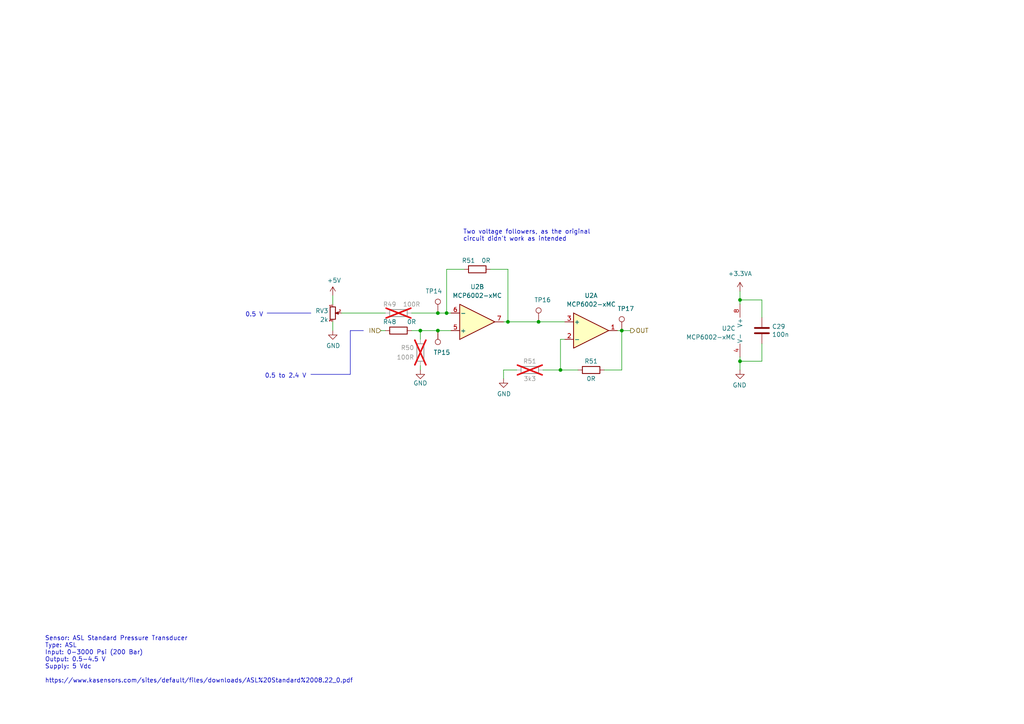
<source format=kicad_sch>
(kicad_sch (version 20230121) (generator eeschema)
  (paper "A4")
  (title_block (title "Brake pressure") (date "2023-03-11") (rev "${REVISION}") (company "Author: Szymon Kostrubiec") (comment 1 "Reviewer:"))
  (lib_symbols
    (symbol "Amplifier_Operational:MCP6002-xMC" (pin_names (offset 0.127))
      (property "Reference" "U" (at 0 5.08 0))
      (property "Value" "MCP6002-xMC" (at 0 -5.08 0))
      (symbol "MCP6002-xMC_1_1"
        (polyline (pts (xy -5.08 5.08) (xy 5.08 0) (xy -5.08 -5.08) (xy -5.08 5.08)) (stroke (width 0.254)) (fill (type background)))
        (pin output line (at 7.62 0 180) (length 2.54) (name "~") (number "1"))
        (pin input line (at -7.62 -2.54 0) (length 2.54) (name "-") (number "2"))
        (pin input line (at -7.62 2.54 0) (length 2.54) (name "+") (number "3"))
      )
      (symbol "MCP6002-xMC_2_1"
        (polyline (pts (xy -5.08 5.08) (xy 5.08 0) (xy -5.08 -5.08) (xy -5.08 5.08)) (stroke (width 0.254)) (fill (type background)))
        (pin input line (at -7.62 2.54 0) (length 2.54) (name "+") (number "5"))
        (pin input line (at -7.62 -2.54 0) (length 2.54) (name "-") (number "6"))
        (pin output line (at 7.62 0 180) (length 2.54) (name "~") (number "7"))
      )
      (symbol "MCP6002-xMC_3_1"
        (pin power_in line (at -2.54 -7.62 90) (length 3.81) (name "V-") (number "4"))
        (pin power_in line (at -2.54 7.62 270) (length 3.81) (name "V+") (number "8"))
        (pin passive line (at -2.54 -7.62 90) (length 3.81) hide (name "V-") (number "9"))
      )
    )
    (symbol "Connector:TestPoint" (pin_numbers hide) (pin_names (offset 0.762) hide)
      (property "Reference" "TP" (at 0 6.858 0))
      (property "Value" "TestPoint" (at 0 5.08 0))
      (symbol "TestPoint_0_1"
        (circle (center 0 3.302) (radius 0.762))
      )
      (symbol "TestPoint_1_1"
        (pin passive line (at 0 0 90) (length 2.54) (name "1") (number "1"))
      )
    )
    (symbol "Device:C" (pin_numbers hide) (pin_names (offset 0.254))
      (property "Reference" "C" (at 0.635 2.54 0))
      (property "Value" "C" (at 0.635 -2.54 0))
      (symbol "C_0_1"
        (polyline (pts (xy -2.032 -0.762) (xy 2.032 -0.762)) (stroke (width 0.508)))
        (polyline (pts (xy -2.032 0.762) (xy 2.032 0.762)) (stroke (width 0.508)))
      )
      (symbol "C_1_1"
        (pin passive line (at 0 3.81 270) (length 2.794) (name "~") (number "1"))
        (pin passive line (at 0 -3.81 90) (length 2.794) (name "~") (number "2"))
      )
    )
    (symbol "Device:R" (pin_numbers hide) (pin_names (offset 0))
      (property "Reference" "R" (at 2.032 0 90))
      (property "Value" "R" (at 0 0 90))
      (symbol "R_0_1"
        (rectangle (start -1.016 -2.54) (end 1.016 2.54) (stroke (width 0.254)))
      )
      (symbol "R_1_1"
        (pin passive line (at 0 3.81 270) (length 1.27) (name "~") (number "1"))
        (pin passive line (at 0 -3.81 90) (length 1.27) (name "~") (number "2"))
      )
    )
    (symbol "Device:R_Potentiometer_Small" (pin_names (offset 1.016) hide)
      (property "Reference" "RV" (at -4.445 0 90))
      (property "Value" "R_Potentiometer_Small" (at -2.54 0 90))
      (symbol "R_Potentiometer_Small_0_1"
        (polyline (pts (xy 0.889 0) (xy 0.635 0) (xy 1.651 0.381) (xy 1.651 -0.381) (xy 0.635 0) (xy 0.889 0)) (fill (type outline)))
        (rectangle (start 0.762 1.8034) (end -0.762 -1.8034) (stroke (width 0.254)))
      )
      (symbol "R_Potentiometer_Small_1_1"
        (pin passive line (at 0 2.54 270) (length 0.635) (name "1") (number "1"))
        (pin passive line (at 2.54 0 180) (length 0.9906) (name "2") (number "2"))
        (pin passive line (at 0 -2.54 90) (length 0.635) (name "3") (number "3"))
      )
    )
    (symbol "power:+3.3VA" (power) (pin_names (offset 0))
      (property "Value" "+3.3VA" (at 0 3.556 0))
      (symbol "+3.3VA_0_1"
        (polyline (pts (xy -0.762 1.27) (xy 0 2.54)))
        (polyline (pts (xy 0 0) (xy 0 2.54)))
        (polyline (pts (xy 0 2.54) (xy 0.762 1.27)))
      )
      (symbol "+3.3VA_1_1"
        (pin power_in line (at 0 0 90) (length 0) hide (name "+3.3VA") (number "1"))
      )
    )
    (symbol "power:+5V" (power) (pin_names (offset 0))
      (property "Value" "+5V" (at 0 3.556 0))
      (symbol "+5V_0_1"
        (polyline (pts (xy -0.762 1.27) (xy 0 2.54)))
        (polyline (pts (xy 0 0) (xy 0 2.54)))
        (polyline (pts (xy 0 2.54) (xy 0.762 1.27)))
      )
      (symbol "+5V_1_1"
        (pin power_in line (at 0 0 90) (length 0) hide (name "+5V") (number "1"))
      )
    )
    (symbol "power:GND" (power) (pin_names (offset 0))
      (property "Value" "GND" (at 0 -3.81 0))
      (symbol "GND_0_1"
        (polyline (pts (xy 0 0) (xy 0 -1.27) (xy 1.27 -1.27) (xy 0 -2.54) (xy -1.27 -1.27) (xy 0 -1.27)))
      )
      (symbol "GND_1_1"
        (pin power_in line (at 0 0 270) (length 0) hide (name "GND") (number "1"))
      )
    )
  )
  (junction (at 180.34 95.885))
  (junction (at 156.21 93.345))
  (junction (at 214.63 86.995))
  (junction (at 127 95.885))
  (junction (at 162.56 107.315))
  (junction (at 129.54 90.805))
  (junction (at 121.92 95.885))
  (junction (at 214.63 104.775))
  (junction (at 147.32 93.345))
  (junction (at 127 90.805))
  (polyline (pts (xy 101.6 95.885) (xy 101.6 108.585)))
  (wire (pts (xy 119.38 95.885) (xy 121.92 95.885)))
  (wire (pts (xy 214.63 107.315) (xy 214.63 104.775)))
  (wire (pts (xy 162.56 98.425) (xy 162.56 107.315)))
  (wire (pts (xy 121.92 106.045) (xy 121.92 107.315)))
  (wire (pts (xy 111.76 95.885) (xy 110.49 95.885)))
  (wire (pts (xy 134.62 78.105) (xy 129.54 78.105)))
  (wire (pts (xy 147.32 78.105) (xy 142.24 78.105)))
  (wire (pts (xy 127 95.885) (xy 121.92 95.885)))
  (wire (pts (xy 147.32 78.105) (xy 147.32 93.345)))
  (polyline (pts (xy 105.41 95.885) (xy 101.6 95.885)))
  (wire (pts (xy 175.26 107.315) (xy 180.34 107.315)))
  (wire (pts (xy 147.32 93.345) (xy 146.05 93.345)))
  (wire (pts (xy 214.63 86.995) (xy 214.63 88.265)))
  (wire (pts (xy 119.38 90.805) (xy 127 90.805)))
  (wire (pts (xy 179.07 95.885) (xy 180.34 95.885)))
  (wire (pts (xy 214.63 84.455) (xy 214.63 86.995)))
  (wire (pts (xy 121.92 98.425) (xy 121.92 95.885)))
  (wire (pts (xy 180.34 95.885) (xy 180.34 107.315)))
  (wire (pts (xy 162.56 107.315) (xy 167.64 107.315)))
  (polyline (pts (xy 77.47 90.805) (xy 90.17 90.805)))
  (wire (pts (xy 127 90.805) (xy 129.54 90.805)))
  (wire (pts (xy 146.05 109.855) (xy 146.05 107.315)))
  (wire (pts (xy 214.63 104.775) (xy 214.63 103.505)))
  (wire (pts (xy 129.54 78.105) (xy 129.54 90.805)))
  (wire (pts (xy 157.48 107.315) (xy 162.56 107.315)))
  (wire (pts (xy 96.52 85.725) (xy 96.52 88.265)))
  (wire (pts (xy 146.05 107.315) (xy 149.86 107.315)))
  (wire (pts (xy 220.98 99.695) (xy 220.98 104.775)))
  (wire (pts (xy 214.63 104.775) (xy 220.98 104.775)))
  (wire (pts (xy 220.98 86.995) (xy 214.63 86.995)))
  (wire (pts (xy 127 95.885) (xy 130.81 95.885)))
  (wire (pts (xy 99.06 90.805) (xy 111.76 90.805)))
  (wire (pts (xy 129.54 90.805) (xy 130.81 90.805)))
  (wire (pts (xy 147.32 93.345) (xy 156.21 93.345)))
  (wire (pts (xy 220.98 92.075) (xy 220.98 86.995)))
  (wire (pts (xy 96.52 93.345) (xy 96.52 95.885)))
  (wire (pts (xy 162.56 98.425) (xy 163.83 98.425)))
  (polyline (pts (xy 90.17 108.585) (xy 101.6 108.585)))
  (wire (pts (xy 180.34 95.885) (xy 182.88 95.885)))
  (wire (pts (xy 156.21 93.345) (xy 163.83 93.345)))
  (text_box "Sensor: ASL Standard Pressure Transducer\nType: ASL\nInput: 0-3000 Psi (200 Bar)\nOutput: 0.5-4.5 V\nSupply: 5 Vdc\n\nhttps://www.kasensors.com/sites/default/files/downloads/ASL%20Standard%2008.22_0.pdf" (at 12.065 184.15 0) (size 91.44 13.97) (stroke (width -0.0001)) (effects (font (size 1.27 1.27)) (justify left)))
  (text_box "Two voltage followers, as the original circuit didn't work as intended" (at 133.35 65.405 0) (size 40.64 6.35) (stroke (width -0.0001)) (effects (font (size 1.27 1.27)) (justify left top)))
  (text "0.5 to 2.4 V" (at 88.9 109.855 0) (effects (font (size 1.27 1.27)) (justify right bottom)))
  (text "0.5 V" (at 71.12 92.075 0) (effects (font (size 1.27 1.27)) (justify left bottom)))
  (hierarchical_label "IN" (shape input) (at 110.49 95.885 180))
  (hierarchical_label "OUT" (shape output) (at 182.88 95.885 0))
  (symbol (lib_id "power:GND") (at 146.05 109.855 0) (unit 1)
    (property "Reference" "#PWR060" (effects hide))
    (property "Value" "GND" (at 146.177 114.2492 0))
    (instances (project "karta_pomiarowa_v2" (path "" (reference "#PWR060") (unit 1)) (path "" (reference "#PWR0119") (unit 1))) (project "PUTM_EV_Frontbox_2023" (path "" (reference "#PWR012") (unit 1)) (path "" (reference "#PWR0102") (unit 1))) (project "apps" (path "" (reference "#PWR033") (unit 1)) (path "" (reference "#PWR060") (unit 1)) (path "" (reference "#PWR076") (unit 1)) (path "" (reference "#PWR076") (unit 1)) (path "" (reference "#PWR076") (unit 1))))
  )
  (symbol (lib_id "Connector:TestPoint") (at 156.21 93.345 0) (unit 1)
    (property "Reference" "TP16" (at 154.94 86.995 0) (effects (justify left)))
    (property "Value" "BR_MID" (effects hide))
    (property "Footprint" "TestPoint:TestPoint_Pad_D1.0mm" (effects hide))
    (instances (project "PUTM_EV_Frontbox_2023" (path "" (reference "TP16") (unit 1)) (path "" (reference "TP24") (unit 1))) (project "apps" (path "" (reference "TP7") (unit 1)) (path "" (reference "TP11") (unit 1)) (path "" (reference "TP15") (unit 1)) (path "" (reference "TP19") (unit 1)) (path "" (reference "TP19") (unit 1)) (path "" (reference "TP19") (unit 1))))
  )
  (symbol (lib_id "Device:R") (at 121.92 102.235 180) (unit 1) (dnp yes)
    (property "Reference" "R50" (at 120.142 100.8634 0) (effects (justify left)))
    (property "Value" "100R" (at 120.142 103.632 0) (effects (justify left)))
    (property "Footprint" "Resistor_SMD:R_0603_1608Metric_Pad0.98x0.95mm_HandSolder" (effects hide))
    (instances (project "karta_pomiarowa_v2" (path "" (reference "R50") (unit 1)) (path "" (reference "R58") (unit 1))) (project "PUTM_EV_Frontbox_2023" (path "" (reference "R40") (unit 1)) (path "" (reference "R63") (unit 1))) (project "apps" (path "" (reference "R25") (unit 1)) (path "" (reference "R38") (unit 1)) (path "" (reference "R46") (unit 1)) (path "" (reference "R46") (unit 1)) (path "" (reference "R46") (unit 1))))
  )
  (symbol (lib_id "power:GND") (at 96.52 95.885 0) (unit 1)
    (property "Reference" "#PWR047" (effects hide))
    (property "Value" "GND" (at 96.647 100.2792 0))
    (instances (project "karta_pomiarowa_v2" (path "" (reference "#PWR047") (unit 1)) (path "" (reference "#PWR097") (unit 1))) (project "PUTM_EV_Frontbox_2023" (path "" (reference "#PWR03") (unit 1)) (path "" (reference "#PWR0100") (unit 1))) (project "apps" (path "" (reference "#PWR031") (unit 1)) (path "" (reference "#PWR058") (unit 1)) (path "" (reference "#PWR074") (unit 1)) (path "" (reference "#PWR074") (unit 1)) (path "" (reference "#PWR074") (unit 1))))
  )
  (symbol (lib_id "Device:R") (at 115.57 90.805 270) (unit 1) (dnp yes)
    (property "Reference" "R49" (at 113.03 88.265 90))
    (property "Value" "100R" (at 119.38 88.265 90))
    (property "Footprint" "Resistor_SMD:R_0603_1608Metric_Pad0.98x0.95mm_HandSolder" (effects hide))
    (instances (project "karta_pomiarowa_v2" (path "" (reference "R49") (unit 1)) (path "" (reference "R57") (unit 1))) (project "PUTM_EV_Frontbox_2023" (path "" (reference "R38") (unit 1)) (path "" (reference "R61") (unit 1))) (project "apps" (path "" (reference "R24") (unit 1)) (path "" (reference "R37") (unit 1)) (path "" (reference "R44") (unit 1)) (path "" (reference "R44") (unit 1)) (path "" (reference "R44") (unit 1))))
  )
  (symbol (lib_id "Connector:TestPoint") (at 127 90.805 0) (mirror y) (unit 1)
    (property "Reference" "TP14" (at 128.27 84.455 0) (effects (justify left)))
    (property "Value" "BR_N" (effects hide))
    (property "Footprint" "TestPoint:TestPoint_Pad_D1.0mm" (effects hide))
    (instances (project "PUTM_EV_Frontbox_2023" (path "" (reference "TP14") (unit 1)) (path "" (reference "TP22") (unit 1))) (project "apps" (path "" (reference "TP7") (unit 1)) (path "" (reference "TP10") (unit 1)) (path "" (reference "TP14") (unit 1)) (path "" (reference "TP17") (unit 1)) (path "" (reference "TP17") (unit 1)) (path "" (reference "TP17") (unit 1))))
  )
  (symbol (lib_id "Device:R") (at 115.57 95.885 270) (mirror x) (unit 1)
    (property "Reference" "R48" (at 113.03 93.345 90))
    (property "Value" "0R" (at 119.38 93.345 90))
    (property "Footprint" "Resistor_SMD:R_0603_1608Metric_Pad0.98x0.95mm_HandSolder" (effects hide))
    (instances (project "karta_pomiarowa_v2" (path "" (reference "R48") (unit 1)) (path "" (reference "R56") (unit 1))) (project "PUTM_EV_Frontbox_2023" (path "" (reference "R39") (unit 1)) (path "" (reference "R62") (unit 1))) (project "apps" (path "" (reference "R23") (unit 1)) (path "" (reference "R36") (unit 1)) (path "" (reference "R45") (unit 1)) (path "" (reference "R45") (unit 1)) (path "" (reference "R45") (unit 1))))
  )
  (symbol (lib_id "Amplifier_Operational:MCP6002-xMC") (at 171.45 95.885 0) (unit 1)
    (property "Reference" "U2" (at 171.45 85.725 0))
    (property "Value" "MCP6002-xMC" (at 171.45 88.265 0))
    (property "Footprint" "Package_DFN_QFN:DFN-8-1EP_3x2mm_P0.5mm_EP1.7x1.4mm" (effects hide))
    (property "Datasheet" "https://www.tme.eu/Document/c98656c49a036767b89c9bb93e3dda4a/mcp6001_2_4.pdf" (effects hide))
    (instances (project "PUTM_EV_Frontbox_2023" (path "" (reference "U2") (unit 1)) (path "" (reference "U17") (unit 1))) (project "apps" (path "" (reference "U6") (unit 1)) (path "" (reference "U11") (unit 1)) (path "" (reference "U12") (unit 1)) (path "" (reference "U12") (unit 1)) (path "" (reference "U12") (unit 1))))
  )
  (symbol (lib_id "power:GND") (at 214.63 107.315 0) (mirror y) (unit 1)
    (property "Reference" "#PWR060" (effects hide))
    (property "Value" "GND" (at 214.503 111.7092 0))
    (instances (project "karta_pomiarowa_v2" (path "" (reference "#PWR060") (unit 1)) (path "" (reference "#PWR0119") (unit 1))) (project "PUTM_EV_Frontbox_2023" (path "" (reference "#PWR018") (unit 1)) (path "" (reference "#PWR0104") (unit 1))) (project "apps" (path "" (reference "#PWR034") (unit 1)) (path "" (reference "#PWR061") (unit 1)) (path "" (reference "#PWR078") (unit 1)) (path "" (reference "#PWR078") (unit 1)) (path "" (reference "#PWR078") (unit 1))))
  )
  (symbol (lib_id "Connector:TestPoint") (at 127 95.885 0) (mirror x) (unit 1)
    (property "Reference" "TP15" (at 125.73 102.235 0) (effects (justify left)))
    (property "Value" "BR_P" (effects hide))
    (property "Footprint" "TestPoint:TestPoint_Pad_D1.0mm" (effects hide))
    (instances (project "PUTM_EV_Frontbox_2023" (path "" (reference "TP15") (unit 1)) (path "" (reference "TP23") (unit 1))) (project "apps" (path "" (reference "TP7") (unit 1)) (path "" (reference "TP9") (unit 1)) (path "" (reference "TP13") (unit 1)) (path "" (reference "TP18") (unit 1)) (path "" (reference "TP18") (unit 1)) (path "" (reference "TP18") (unit 1))))
  )
  (symbol (lib_id "power:GND") (at 121.92 107.315 0) (mirror y) (unit 1)
    (property "Reference" "#PWR048" (effects hide))
    (property "Value" "GND" (at 121.92 111.125 0))
    (instances (project "karta_pomiarowa_v2" (path "" (reference "#PWR048") (unit 1)) (path "" (reference "#PWR098") (unit 1))) (project "PUTM_EV_Frontbox_2023" (path "" (reference "#PWR010") (unit 1)) (path "" (reference "#PWR0101") (unit 1))) (project "apps" (path "" (reference "#PWR032") (unit 1)) (path "" (reference "#PWR059") (unit 1)) (path "" (reference "#PWR075") (unit 1)) (path "" (reference "#PWR075") (unit 1)) (path "" (reference "#PWR075") (unit 1))))
  )
  (symbol (lib_id "Amplifier_Operational:MCP6002-xMC") (at 212.09 95.885 0) (mirror y) (unit 3)
    (property "Reference" "U2" (at 213.36 95.25 0) (effects (justify left)))
    (property "Value" "MCP6002-xMC" (at 213.36 97.79 0) (effects (justify left)))
    (property "Footprint" "Package_DFN_QFN:DFN-8-1EP_3x2mm_P0.5mm_EP1.7x1.4mm" (effects hide))
    (property "Datasheet" "https://www.tme.eu/Document/c98656c49a036767b89c9bb93e3dda4a/mcp6001_2_4.pdf" (effects hide))
    (instances (project "PUTM_EV_Frontbox_2023" (path "" (reference "U2") (unit 3)) (path "" (reference "U17") (unit 3))) (project "apps" (path "" (reference "U6") (unit 3)) (path "" (reference "U11") (unit 3)) (path "" (reference "U12") (unit 3)) (path "" (reference "U12") (unit 3)) (path "" (reference "U12") (unit 3))))
  )
  (symbol (lib_id "power:+3.3VA") (at 214.63 84.455 0) (unit 1)
    (property "Reference" "#PWR?" (effects hide))
    (property "Value" "+3.3VA" (at 214.63 79.375 0))
    (instances (project "PUTM_EV_Frontbox_2023" (path "" (reference "#PWR?") (unit 1)) (path "" (reference "#PWR0109") (unit 1)) (path "" (reference "#PWR064") (unit 1)) (path "" (reference "#PWR0166") (unit 1)) (path "" (reference "#PWR0177") (unit 1)) (path "" (reference "#PWR017") (unit 1)) (path "" (reference "#PWR0103") (unit 1))))
  )
  (symbol (lib_id "Amplifier_Operational:MCP6002-xMC") (at 138.43 93.345 0) (mirror x) (unit 2)
    (property "Reference" "U2" (at 138.43 83.185 0))
    (property "Value" "MCP6002-xMC" (at 138.43 85.725 0))
    (property "Footprint" "Package_DFN_QFN:DFN-8-1EP_3x2mm_P0.5mm_EP1.7x1.4mm" (effects hide))
    (property "Datasheet" "https://www.tme.eu/Document/c98656c49a036767b89c9bb93e3dda4a/mcp6001_2_4.pdf" (effects hide))
    (instances (project "PUTM_EV_Frontbox_2023" (path "" (reference "U2") (unit 2)) (path "" (reference "U17") (unit 2))) (project "apps" (path "" (reference "U6") (unit 2)) (path "" (reference "U11") (unit 2)) (path "" (reference "U12") (unit 2)) (path "" (reference "U12") (unit 2)) (path "" (reference "U12") (unit 2))))
  )
  (symbol (lib_id "Device:C") (at 220.98 95.885 0) (unit 1)
    (property "Reference" "C29" (at 223.901 94.7166 0) (effects (justify left)))
    (property "Value" "100n" (at 223.901 97.028 0) (effects (justify left)))
    (property "Footprint" "Capacitor_SMD:C_0603_1608Metric_Pad1.08x0.95mm_HandSolder" (effects hide))
    (instances (project "PUTM_EV_Frontbox_2023" (path "" (reference "C29") (unit 1)) (path "" (reference "C48") (unit 1))) (project "apps" (path "" (reference "C7") (unit 1)) (path "" (reference "C21") (unit 1)) (path "" (reference "C29") (unit 1)) (path "" (reference "C30") (unit 1)) (path "" (reference "C30") (unit 1)) (path "" (reference "C30") (unit 1))))
  )
  (symbol (lib_id "Device:R") (at 171.45 107.315 270) (unit 1)
    (property "Reference" "R51" (at 171.45 104.775 90))
    (property "Value" "0R" (at 171.45 109.855 90))
    (property "Footprint" "Resistor_SMD:R_0603_1608Metric_Pad0.98x0.95mm_HandSolder" (effects hide))
    (instances (project "karta_pomiarowa_v2" (path "" (reference "R51") (unit 1)) (path "" (reference "R59") (unit 1))) (project "PUTM_EV_Frontbox_2023" (path "" (reference "R43") (unit 1)) (path "" (reference "R66") (unit 1))) (project "apps" (path "" (reference "R28") (unit 1)) (path "" (reference "R41") (unit 1)) (path "" (reference "R49") (unit 1)) (path "" (reference "R49") (unit 1)) (path "" (reference "R49") (unit 1))))
  )
  (symbol (lib_id "power:+5V") (at 96.52 85.725 0) (unit 1)
    (property "Reference" "#PWR046" (effects hide))
    (property "Value" "+5V" (at 96.901 81.3308 0))
    (instances (project "karta_pomiarowa_v2" (path "" (reference "#PWR046") (unit 1)) (path "" (reference "#PWR096") (unit 1))) (project "PUTM_EV_Frontbox_2023" (path "" (reference "#PWR02") (unit 1)) (path "" (reference "#PWR099") (unit 1))) (project "apps" (path "" (reference "#PWR030") (unit 1)) (path "" (reference "#PWR057") (unit 1)) (path "" (reference "#PWR073") (unit 1)) (path "" (reference "#PWR073") (unit 1)) (path "" (reference "#PWR073") (unit 1))))
  )
  (symbol (lib_id "Device:R") (at 138.43 78.105 270) (unit 1)
    (property "Reference" "R51" (at 135.89 75.565 90))
    (property "Value" "0R" (at 140.97 75.565 90))
    (property "Footprint" "Resistor_SMD:R_0603_1608Metric_Pad0.98x0.95mm_HandSolder" (effects hide))
    (instances (project "karta_pomiarowa_v2" (path "" (reference "R51") (unit 1)) (path "" (reference "R59") (unit 1))) (project "PUTM_EV_Frontbox_2023" (path "" (reference "R41") (unit 1)) (path "" (reference "R64") (unit 1))) (project "apps" (path "" (reference "R26") (unit 1)) (path "" (reference "R39") (unit 1)) (path "" (reference "R47") (unit 1)) (path "" (reference "R47") (unit 1)) (path "" (reference "R47") (unit 1))))
  )
  (symbol (lib_id "Device:R") (at 153.67 107.315 270) (unit 1) (dnp yes)
    (property "Reference" "R51" (at 153.67 104.775 90))
    (property "Value" "3k3" (at 153.67 109.855 90))
    (property "Footprint" "Resistor_SMD:R_0603_1608Metric_Pad0.98x0.95mm_HandSolder" (effects hide))
    (instances (project "karta_pomiarowa_v2" (path "" (reference "R51") (unit 1)) (path "" (reference "R59") (unit 1))) (project "PUTM_EV_Frontbox_2023" (path "" (reference "R42") (unit 1)) (path "" (reference "R65") (unit 1))) (project "apps" (path "" (reference "R27") (unit 1)) (path "" (reference "R40") (unit 1)) (path "" (reference "R48") (unit 1)) (path "" (reference "R48") (unit 1)) (path "" (reference "R48") (unit 1))))
  )
  (symbol (lib_id "Device:R_Potentiometer_Small") (at 96.52 90.805 0) (unit 1)
    (property "Reference" "RV3" (at 95.25 90.17 0) (effects (justify right)))
    (property "Value" "2k" (at 95.25 92.71 0) (effects (justify right)))
    (property "Footprint" "Potentiometer_SMD:Potentiometer_Bourns_3214J_Horizontal" (effects hide))
    (instances (project "PUTM_EV_Frontbox_2023" (path "" (reference "RV3") (unit 1)) (path "" (reference "RV5") (unit 1))) (project "apps" (path "" (reference "RV1") (unit 1)) (path "" (reference "RV3") (unit 1)) (path "" (reference "RV4") (unit 1)) (path "" (reference "RV5") (unit 1)) (path "" (reference "RV5") (unit 1)) (path "" (reference "RV5") (unit 1))))
  )
  (symbol (lib_id "Connector:TestPoint") (at 180.34 95.885 0) (unit 1)
    (property "Reference" "TP17" (at 179.07 89.535 0) (effects (justify left)))
    (property "Value" "BR_OUT" (effects hide))
    (property "Footprint" "TestPoint:TestPoint_Pad_D1.0mm" (effects hide))
    (instances (project "PUTM_EV_Frontbox_2023" (path "" (reference "TP17") (unit 1)) (path "" (reference "TP25") (unit 1))) (project "apps" (path "" (reference "TP7") (unit 1)) (path "" (reference "TP12") (unit 1)) (path "" (reference "TP16") (unit 1)) (path "" (reference "TP20") (unit 1)) (path "" (reference "TP20") (unit 1)) (path "" (reference "TP20") (unit 1))))
  )
)
</source>
